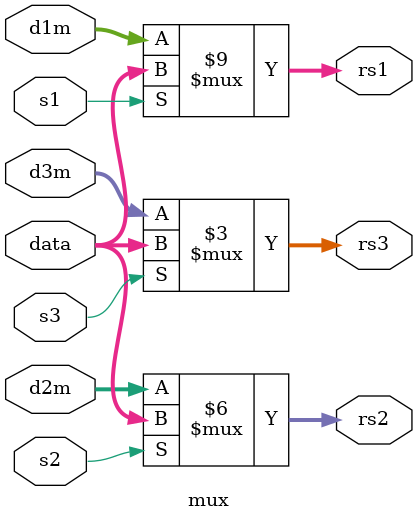
<source format=sv>
`timescale 1ns / 1ps


module mux (
    input  logic s1, s2, s3,
    input  logic [127:0] d1m, d2m, d3m,
    input  logic [127:0] data,
    output logic [127:0] rs1, rs2, rs3
);

    always_comb begin
        // Default assignments
        rs1 = d1m;
        rs2 = d2m;
        rs3 = d3m;

        // Conditional assignments based on select signals
        if (s1) rs1 = data;
        if (s2) rs2 = data;
        if (s3) rs3 = data;
    end

endmodule


</source>
